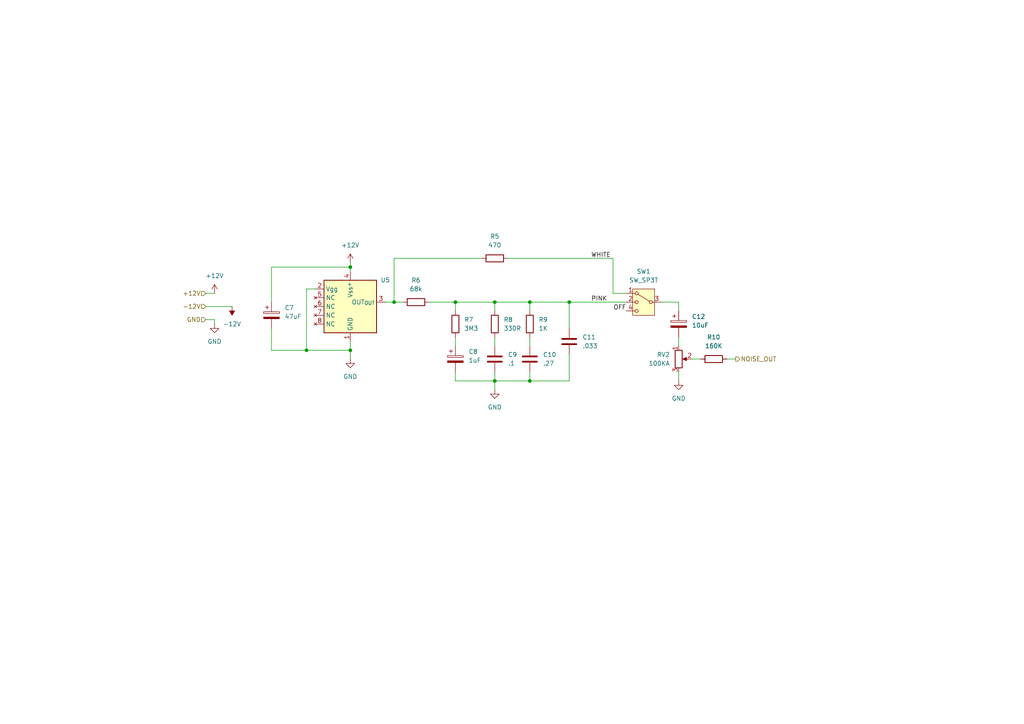
<source format=kicad_sch>
(kicad_sch (version 20250114) (generator "eeschema") (generator_version "9.0")
  (paper "A4")
  (lib_symbols
    (symbol "Analog:MM5837"
      (property "Reference" "U" (at 0 -3.048 0))
      (symbol "MM5837_0_0"
        (pin power_in line (at 0 -12.7 90) (length 2.54) (name "GND") (number "1"))
      )
      (symbol "MM5837_1_0"
        (pin input line (at -10.16 2.54 0) (length 2.54) (name "Vgg") (number "2"))
        (pin no_connect line (at -10.16 0 0) (length 2.54) (name "NC") (number "5"))
        (pin no_connect line (at -10.16 -2.54 0) (length 2.54) (name "NC") (number "6"))
        (pin no_connect line (at -10.16 -5.08 0) (length 2.54) (name "NC") (number "7"))
        (pin no_connect line (at -10.16 -7.62 0) (length 2.54) (name "NC") (number "8"))
        (pin power_in line (at 0 7.62 270) (length 2.54) (name "Vss^{+}") (number "4"))
        (pin output line (at 10.16 -1.27 180) (length 2.54) (name "OUT_{OUT}") (number "3"))
      )
      (symbol "MM5837_1_1"
        (rectangle (start -7.62 5.08) (end 7.62 -10.16) (stroke (width 0.254)) (fill (type background)))
      )
    )
    (symbol "Device:C" (pin_numbers (hide yes)) (pin_names (offset 0.254))
      (property "Reference" "C" (at 0.635 2.54 0))
      (property "Value" "C" (at 0.635 -2.54 0))
      (symbol "C_0_1"
        (polyline (pts (xy -2.032 0.762) (xy 2.032 0.762)) (stroke (width 0.508)))
        (polyline (pts (xy -2.032 -0.762) (xy 2.032 -0.762)) (stroke (width 0.508)))
      )
      (symbol "C_1_1"
        (pin passive line (at 0 3.81 270) (length 2.794) (name "~") (number "1"))
        (pin passive line (at 0 -3.81 90) (length 2.794) (name "~") (number "2"))
      )
    )
    (symbol "Device:C_Polarized" (pin_numbers (hide yes)) (pin_names (offset 0.254))
      (property "Reference" "C" (at 0.635 2.54 0))
      (property "Value" "C_Polarized" (at 0.635 -2.54 0))
      (symbol "C_Polarized_0_1"
        (rectangle (start -2.286 0.508) (end 2.286 1.016))
        (polyline (pts (xy -1.778 2.286) (xy -0.762 2.286)))
        (polyline (pts (xy -1.27 2.794) (xy -1.27 1.778)))
        (rectangle (start 2.286 -0.508) (end -2.286 -1.016) (fill (type outline)))
      )
      (symbol "C_Polarized_1_1"
        (pin passive line (at 0 3.81 270) (length 2.794) (name "~") (number "1"))
        (pin passive line (at 0 -3.81 90) (length 2.794) (name "~") (number "2"))
      )
    )
    (symbol "Device:R" (pin_numbers (hide yes)) (pin_names (offset 0))
      (property "Reference" "R" (at 2.032 0 90))
      (property "Value" "R" (at 0 0 90))
      (symbol "R_0_1"
        (rectangle (start -1.016 -2.54) (end 1.016 2.54) (stroke (width 0.254)))
      )
      (symbol "R_1_1"
        (pin passive line (at 0 3.81 270) (length 1.27) (name "~") (number "1"))
        (pin passive line (at 0 -3.81 90) (length 1.27) (name "~") (number "2"))
      )
    )
    (symbol "Device:R_Potentiometer" (pin_names (offset 1.016) (hide yes))
      (property "Reference" "RV" (at -4.445 0 90))
      (property "Value" "R_Potentiometer" (at -2.54 0 90))
      (symbol "R_Potentiometer_0_1"
        (rectangle (start 1.016 2.54) (end -1.016 -2.54) (stroke (width 0.254)))
        (polyline (pts (xy 1.143 0) (xy 2.286 0.508) (xy 2.286 -0.508) (xy 1.143 0)) (fill (type outline)))
        (polyline (pts (xy 2.54 0) (xy 1.524 0)))
      )
      (symbol "R_Potentiometer_1_1"
        (pin passive line (at 0 3.81 270) (length 1.27) (name "1") (number "1"))
        (pin passive line (at 0 -3.81 90) (length 1.27) (name "3") (number "3"))
        (pin passive line (at 3.81 0 180) (length 1.27) (name "2") (number "2"))
      )
    )
    (symbol "Switch:SW_SP3T" (pin_names (offset 0) (hide yes))
      (property "Reference" "SW" (at 0 5.08 0))
      (property "Value" "SW_SP3T" (at 0 -5.08 0))
      (symbol "SW_SP3T_0_1"
        (circle (center -2.032 0) (radius 0.4572))
        (polyline (pts (xy -1.651 0.254) (xy 1.651 2.286)))
        (circle (center 2.032 2.54) (radius 0.4572))
        (circle (center 2.032 0) (radius 0.4572))
        (circle (center 2.032 -2.54) (radius 0.4572))
      )
      (symbol "SW_SP3T_1_1"
        (rectangle (start -3.175 3.81) (end 3.175 -3.81) (fill (type background)))
        (pin passive line (at -5.08 0 0) (length 2.54) (name "3") (number "3"))
        (pin passive line (at 5.08 2.54 180) (length 2.54) (name "1") (number "1"))
        (pin passive line (at 5.08 0 180) (length 2.54) (name "2") (number "2"))
        (pin passive line (at 5.08 -2.54 180) (length 2.54) (name "4") (number "4"))
      )
    )
    (symbol "power:+12V" (power) (pin_numbers (hide yes)) (pin_names (offset 0) (hide yes))
      (property "Value" "+12V" (at 0 3.556 0))
      (symbol "+12V_0_1"
        (polyline (pts (xy -0.762 1.27) (xy 0 2.54)))
        (polyline (pts (xy 0 2.54) (xy 0.762 1.27)))
        (polyline (pts (xy 0 0) (xy 0 2.54)))
      )
      (symbol "+12V_1_1"
        (pin power_in line (at 0 0 90) (length 0) (name "~") (number "1"))
      )
    )
    (symbol "power:-12V" (power) (pin_numbers (hide yes)) (pin_names (offset 0) (hide yes))
      (property "Value" "-12V" (at 0 3.556 0))
      (symbol "-12V_0_0"
        (pin power_in line (at 0 0 90) (length 0) (name "~") (number "1"))
      )
      (symbol "-12V_0_1"
        (polyline (pts (xy 0 0) (xy 0 1.27) (xy 0.762 1.27) (xy 0 2.54) (xy -0.762 1.27) (xy 0 1.27)) (fill (type outline)))
      )
    )
    (symbol "power:GND" (power) (pin_numbers (hide yes)) (pin_names (offset 0) (hide yes))
      (property "Value" "GND" (at 0 -3.81 0))
      (symbol "GND_0_1"
        (polyline (pts (xy 0 0) (xy 0 -1.27) (xy 1.27 -1.27) (xy 0 -2.54) (xy -1.27 -1.27) (xy 0 -1.27)))
      )
      (symbol "GND_1_1"
        (pin power_in line (at 0 0 270) (length 0) (name "~") (number "1"))
      )
    )
  )
  (junction (at 101.6 101.6))
  (junction (at 114.3 87.63))
  (junction (at 101.6 77.47))
  (junction (at 143.51 87.63))
  (junction (at 88.9 101.6))
  (junction (at 165.1 87.63))
  (junction (at 153.67 87.63))
  (junction (at 153.67 110.49))
  (junction (at 143.51 110.49))
  (junction (at 132.08 87.63))
  (wire (pts (xy 88.9 83.82) (xy 91.44 83.82)))
  (wire (pts (xy 62.23 92.71) (xy 59.69 92.71)))
  (wire (pts (xy 78.74 101.6) (xy 88.9 101.6)))
  (wire (pts (xy 165.1 110.49) (xy 153.67 110.49)))
  (wire (pts (xy 114.3 74.93) (xy 114.3 87.63)))
  (wire (pts (xy 196.85 97.79) (xy 196.85 100.33)))
  (wire (pts (xy 101.6 77.47) (xy 101.6 78.74)))
  (wire (pts (xy 191.77 87.63) (xy 196.85 87.63)))
  (wire (pts (xy 101.6 101.6) (xy 101.6 104.14)))
  (wire (pts (xy 143.51 87.63) (xy 143.51 90.17)))
  (wire (pts (xy 181.61 85.09) (xy 177.8 85.09)))
  (wire (pts (xy 114.3 87.63) (xy 116.84 87.63)))
  (wire (pts (xy 132.08 97.79) (xy 132.08 100.33)))
  (wire (pts (xy 165.1 102.87) (xy 165.1 110.49)))
  (wire (pts (xy 153.67 87.63) (xy 165.1 87.63)))
  (wire (pts (xy 132.08 110.49) (xy 143.51 110.49)))
  (wire (pts (xy 143.51 110.49) (xy 143.51 113.03)))
  (wire (pts (xy 153.67 87.63) (xy 153.67 90.17)))
  (wire (pts (xy 59.69 85.09) (xy 62.23 85.09)))
  (wire (pts (xy 78.74 77.47) (xy 101.6 77.47)))
  (wire (pts (xy 196.85 107.95) (xy 196.85 110.49)))
  (wire (pts (xy 132.08 87.63) (xy 143.51 87.63)))
  (wire (pts (xy 143.51 97.79) (xy 143.51 100.33)))
  (wire (pts (xy 132.08 87.63) (xy 132.08 90.17)))
  (wire (pts (xy 78.74 95.25) (xy 78.74 101.6)))
  (wire (pts (xy 132.08 107.95) (xy 132.08 110.49)))
  (wire (pts (xy 200.66 104.14) (xy 203.2 104.14)))
  (wire (pts (xy 101.6 76.2) (xy 101.6 77.47)))
  (wire (pts (xy 143.51 107.95) (xy 143.51 110.49)))
  (wire (pts (xy 165.1 87.63) (xy 181.61 87.63)))
  (wire (pts (xy 210.82 104.14) (xy 213.36 104.14)))
  (wire (pts (xy 59.69 88.9) (xy 67.31 88.9)))
  (wire (pts (xy 101.6 101.6) (xy 88.9 101.6)))
  (wire (pts (xy 177.8 85.09) (xy 177.8 74.93)))
  (wire (pts (xy 88.9 101.6) (xy 88.9 83.82)))
  (wire (pts (xy 143.51 110.49) (xy 153.67 110.49)))
  (wire (pts (xy 62.23 93.98) (xy 62.23 92.71)))
  (wire (pts (xy 165.1 95.25) (xy 165.1 87.63)))
  (wire (pts (xy 143.51 87.63) (xy 153.67 87.63)))
  (wire (pts (xy 101.6 99.06) (xy 101.6 101.6)))
  (wire (pts (xy 153.67 107.95) (xy 153.67 110.49)))
  (wire (pts (xy 177.8 74.93) (xy 147.32 74.93)))
  (wire (pts (xy 78.74 87.63) (xy 78.74 77.47)))
  (wire (pts (xy 153.67 97.79) (xy 153.67 100.33)))
  (wire (pts (xy 111.76 87.63) (xy 114.3 87.63)))
  (wire (pts (xy 196.85 87.63) (xy 196.85 90.17)))
  (wire (pts (xy 124.46 87.63) (xy 132.08 87.63)))
  (wire (pts (xy 139.7 74.93) (xy 114.3 74.93)))
  (label "PINK" (at 171.45 87.63 0))
  (label "WHITE" (at 171.45 74.93 0))
  (label "OFF" (at 181.61 90.17 180))
  (hierarchical_label "-12V" (shape input) (at 59.69 88.9 180))
  (hierarchical_label "+12V" (shape input) (at 59.69 85.09 180))
  (hierarchical_label "GND" (shape input) (at 59.69 92.71 180))
  (hierarchical_label "NOISE_OUT" (shape output) (at 213.36 104.14 0))
  (symbol (lib_id "Device:R") (at 132.08 93.98 180) (unit 1)
    (property "Reference" "R7" (at 134.62 92.7099 0) (effects (justify right)))
    (property "Value" "3M3" (at 134.62 95.2499 0) (effects (justify right)))
    (property "Description" "Resistor" (effects (hide yes)))
  )
  (symbol (lib_id "Device:C") (at 165.1 99.06 0) (unit 1)
    (property "Reference" "C11" (at 168.91 97.7899 0) (effects (justify left)))
    (property "Value" ".033" (at 168.91 100.3299 0) (effects (justify left)))
    (property "Description" "Unpolarized capacitor" (effects (hide yes)))
  )
  (symbol (lib_id "Analog:MM5837") (at 101.6 86.36 0) (unit 1)
    (property "Reference" "U5" (at 111.76 81.2098 0))
    (property "Datasheet" "https://www.alldatasheet.com/datasheet-pdf/view/9284/NSC/MM5837.html" (effects (hide yes)))
  )
  (symbol (lib_id "Device:C_Polarized") (at 196.85 93.98 0) (unit 1)
    (property "Reference" "C12" (at 200.66 91.8209 0) (effects (justify left)))
    (property "Value" "10uF" (at 200.66 94.3609 0) (effects (justify left)))
    (property "Description" "Polarized capacitor" (effects (hide yes)))
  )
  (symbol (lib_id "Switch:SW_SP3T") (at 186.69 87.63 0) (mirror y) (unit 1)
    (property "Reference" "SW1" (at 186.69 78.74 0))
    (property "Value" "SW_SP3T" (at 186.69 81.28 0))
    (property "Description" "Switch, three position, single pole triple throw, 3 position switch, SP3T" (effects (hide yes)))
  )
  (symbol (lib_id "power:GND") (at 101.6 104.14 0) (unit 1)
    (property "Reference" "#PWR026" (effects (hide yes)))
    (property "Value" "GND" (at 101.6 109.22 0))
    (property "Description" "Power symbol creates a global label with name \"GND\" , ground" (effects (hide yes)))
  )
  (symbol (lib_id "power:GND") (at 62.23 93.98 0) (unit 1)
    (property "Reference" "#PWR022" (effects (hide yes)))
    (property "Value" "GND" (at 62.23 99.06 0))
    (property "Description" "Power symbol creates a global label with name \"GND\" , ground" (effects (hide yes)))
  )
  (symbol (lib_id "Device:C") (at 143.51 104.14 0) (unit 1)
    (property "Reference" "C9" (at 147.32 102.8699 0) (effects (justify left)))
    (property "Value" ".1" (at 147.32 105.4099 0) (effects (justify left)))
    (property "Description" "Unpolarized capacitor" (effects (hide yes)))
  )
  (symbol (lib_id "power:+12V") (at 62.23 85.09 0) (unit 1)
    (property "Reference" "#PWR024" (effects (hide yes)))
    (property "Value" "+12V" (at 62.23 80.01 0))
    (property "Description" "Power symbol creates a global label with name \"+12V\"" (effects (hide yes)))
  )
  (symbol (lib_id "Device:R") (at 207.01 104.14 90) (unit 1)
    (property "Reference" "R10" (at 207.01 97.79 90))
    (property "Value" "160K" (at 207.01 100.33 90))
    (property "Description" "Resistor" (effects (hide yes)))
  )
  (symbol (lib_id "Device:R") (at 143.51 93.98 180) (unit 1)
    (property "Reference" "R8" (at 146.05 92.7099 0) (effects (justify right)))
    (property "Value" "330R" (at 146.05 95.2499 0) (effects (justify right)))
    (property "Description" "Resistor" (effects (hide yes)))
  )
  (symbol (lib_id "power:-12V") (at 67.31 88.9 180) (unit 1)
    (property "Reference" "#PWR023" (effects (hide yes)))
    (property "Value" "-12V" (at 67.31 93.98 0))
    (property "Description" "Power symbol creates a global label with name \"-12V\"" (effects (hide yes)))
  )
  (symbol (lib_id "Device:C_Polarized") (at 132.08 104.14 0) (unit 1)
    (property "Reference" "C8" (at 135.89 101.9809 0) (effects (justify left)))
    (property "Value" "1uF" (at 135.89 104.5209 0) (effects (justify left)))
    (property "Description" "Polarized capacitor" (effects (hide yes)))
  )
  (symbol (lib_id "Device:R") (at 153.67 93.98 180) (unit 1)
    (property "Reference" "R9" (at 156.21 92.7099 0) (effects (justify right)))
    (property "Value" "1K" (at 156.21 95.2499 0) (effects (justify right)))
    (property "Description" "Resistor" (effects (hide yes)))
  )
  (symbol (lib_id "Device:R") (at 120.65 87.63 90) (unit 1)
    (property "Reference" "R6" (at 120.65 81.28 90))
    (property "Value" "68k" (at 120.65 83.82 90))
    (property "Description" "Resistor" (effects (hide yes)))
  )
  (symbol (lib_id "Device:C") (at 153.67 104.14 0) (unit 1)
    (property "Reference" "C10" (at 157.48 102.8699 0) (effects (justify left)))
    (property "Value" ".27" (at 157.48 105.4099 0) (effects (justify left)))
    (property "Description" "Unpolarized capacitor" (effects (hide yes)))
  )
  (symbol (lib_id "Device:R_Potentiometer") (at 196.85 104.14 0) (unit 1)
    (property "Reference" "RV2" (at 194.31 102.8699 0) (effects (justify right)))
    (property "Value" "100KA" (at 194.31 105.4099 0) (effects (justify right)))
    (property "Description" "Potentiometer" (effects (hide yes)))
  )
  (symbol (lib_id "power:GND") (at 143.51 113.03 0) (unit 1)
    (property "Reference" "#PWR027" (effects (hide yes)))
    (property "Value" "GND" (at 143.51 118.11 0))
    (property "Description" "Power symbol creates a global label with name \"GND\" , ground" (effects (hide yes)))
  )
  (symbol (lib_id "power:GND") (at 196.85 110.49 0) (unit 1)
    (property "Reference" "#PWR028" (effects (hide yes)))
    (property "Value" "GND" (at 196.85 115.57 0))
    (property "Description" "Power symbol creates a global label with name \"GND\" , ground" (effects (hide yes)))
  )
  (symbol (lib_id "Device:R") (at 143.51 74.93 90) (unit 1)
    (property "Reference" "R5" (at 143.51 68.58 90))
    (property "Value" "470" (at 143.51 71.12 90))
    (property "Description" "Resistor" (effects (hide yes)))
  )
  (symbol (lib_id "Device:C_Polarized") (at 78.74 91.44 0) (unit 1)
    (property "Reference" "C7" (at 82.55 89.2809 0) (effects (justify left)))
    (property "Value" "47uF" (at 82.55 91.8209 0) (effects (justify left)))
    (property "Description" "Polarized capacitor" (effects (hide yes)))
  )
  (symbol (lib_id "power:+12V") (at 101.6 76.2 0) (unit 1)
    (property "Reference" "#PWR025" (effects (hide yes)))
    (property "Value" "+12V" (at 101.6 71.12 0))
    (property "Description" "Power symbol creates a global label with name \"+12V\"" (effects (hide yes)))
  )
)
</source>
